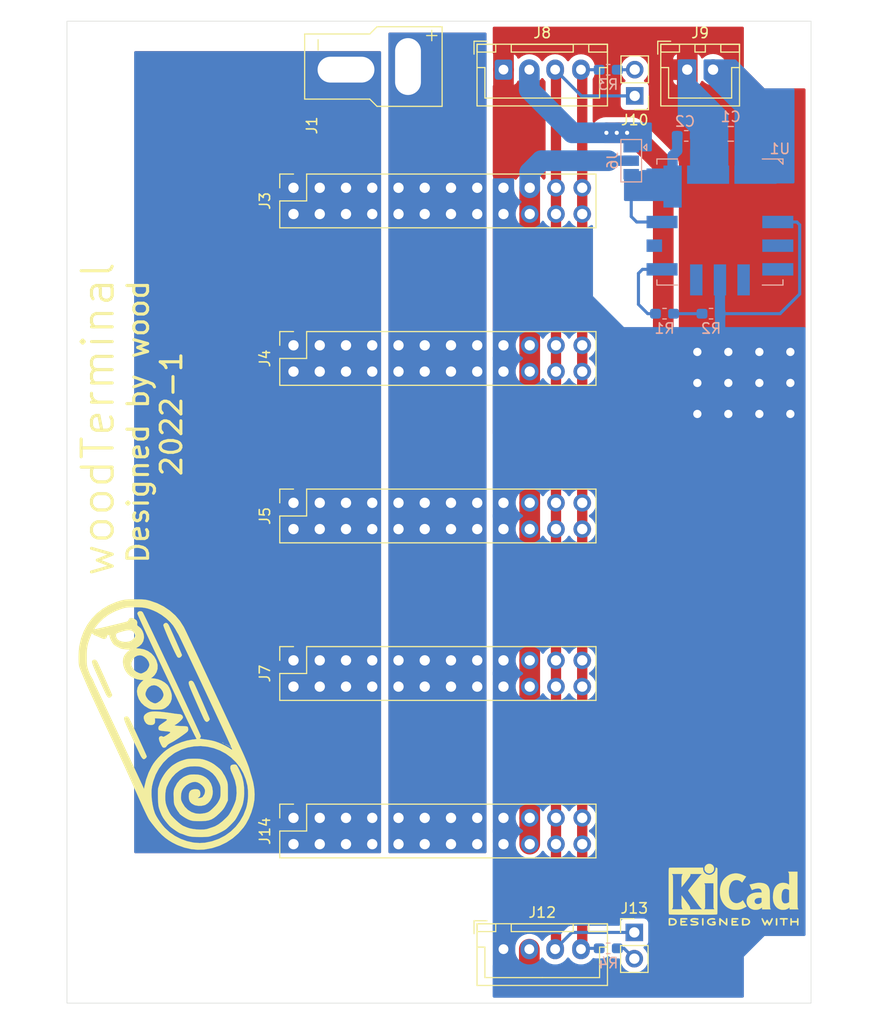
<source format=kicad_pcb>
(kicad_pcb (version 20171130) (host pcbnew "(5.1.6)-1")
  (layers (0 F.Cu signal) (31 B.Cu signal) (34 B.Paste user) (35 F.Paste user) (36 B.SilkS user) (37 F.SilkS user) (38 B.Mask user) (39 F.Mask user) (44 Edge.Cuts user))
  (net 0 "")
  (net 1 VCC)
  (net 2 GND)
  (net 3 /DCDC_OUT)
  (net 4 +BATT)
  (net 5 GNDPWR)
  (net 6 +5V)
  (net 7 /RS485_B)
  (net 8 /RS485_A)
  (net 9 /RS485_5V)
  (net 10 "Net-(U1-Pad10)")
  (net 11 "Net-(U1-Pad9)")
  (net 12 "Net-(U1-Pad8)")
  (net 13 "Net-(U1-Pad12)")
  (net 14 "Net-(U1-Pad11)")
  (net 15 "Net-(J10-Pad2)")
  (net 16 "Net-(J13-Pad2)")
  (net 17 "Net-(R1-Pad2)")
  (net 18 "Net-(R1-Pad1)")
  (module 0_kicad_wood:logo_woodmark_25_18_mm (layer F.Cu) (at 109.5 123 90)
    (fp_text reference G*** hide)
    (fp_text value LOGO hide)
  )
  (module Symbol:KiCad-Logo2_5mm_SilkScreen (layer F.Cu) (at 164.5 139.5)
    (fp_text reference REF** hide)
    (fp_text value KiCad-Logo2_5mm_SilkScreen hide)
  )
  (module MountingHole:MountingHole_3.2mm_M3 (layer F.Cu) (at 169 58)
    (fp_text reference " " (at 0 -4.2) (layer F.SilkS))
    (fp_text value MountingHole_3.2mm_M3)
    (pad 1 np_thru_hole circle (at 0 0) (size 3.2 3.2) (drill 3.2) (layers *.Cu *.Mask))
  )
  (module MountingHole:MountingHole_3.2mm_M3 (layer F.Cu) (at 169 147)
    (fp_text reference " " (at 0 -4.2) (layer F.SilkS))
    (fp_text value MountingHole_3.2mm_M3)
    (pad 1 np_thru_hole circle (at 0 0) (size 3.2 3.2) (drill 3.2) (layers *.Cu *.Mask))
  )
  (module MountingHole:MountingHole_3.2mm_M3 (layer F.Cu) (at 103 147)
    (fp_text reference " " (at 0 -4.2) (layer F.SilkS))
    (fp_text value MountingHole_3.2mm_M3)
    (pad 1 np_thru_hole circle (at 0 0) (size 3.2 3.2) (drill 3.2) (layers *.Cu *.Mask))
  )
  (module MountingHole:MountingHole_3.2mm_M3 (layer F.Cu) (at 103 58)
    (fp_text reference " " (at 0 -4.2) (layer F.SilkS))
    (fp_text value MountingHole_3.2mm_M3)
    (pad 1 np_thru_hole circle (at 0 0) (size 3.2 3.2) (drill 3.2) (layers *.Cu *.Mask))
  )
  (module 0_kicad_wood:DCDC_Converter_OKL (layer B.Cu) (at 169.285 69.85 180)
    (fp_text reference U1 (at 0.3 2.5) (layer B.SilkS) (effects (justify mirror)))
    (fp_text value DCDC_Converter_OKL)
    (pad 2 smd rect (at 3.81 1.7 180) (size 1.2 1.63) (layers B.Cu B.Paste B.Mask) (net 1 VCC))
    (pad 4 smd rect (at 12.385 0 180) (size 1.63 1.2) (layers B.Cu B.Paste B.Mask) (net 3 /DCDC_OUT))
    (pad 2 smd rect (at -0.185 0 180) (size 1.63 1.2) (layers B.Cu B.Paste B.Mask) (net 1 VCC))
    (pad 2 smd rect (at 2.665 0 180) (size 4.07 1.77) (layers B.Cu B.Paste B.Mask) (net 1 VCC))
    (pad 3 smd rect (at 6.1 1.7 180) (size 1.2 1.63) (layers B.Cu B.Paste B.Mask) (net 2 GND))
    (pad 3 smd rect (at 8.39 1.7 180) (size 1.2 1.63) (layers B.Cu B.Paste B.Mask) (net 2 GND))
    (pad 3 smd rect (at 7.245 0 180) (size 4.07 1.77) (layers B.Cu B.Paste B.Mask) (net 2 GND))
    (pad 4 smd rect (at 10.685 -1.15 180) (size 1.77 4.07) (layers B.Cu B.Paste B.Mask) (net 3 /DCDC_OUT))
    (pad 1 smd rect (at 0.5 -4.58 180) (size 3 1.2) (layers B.Cu B.Paste B.Mask) (net 2 GND))
    (pad 10 smd rect (at 0.5 -6.87 180) (size 3 1.2) (layers B.Cu B.Paste B.Mask) (net 10 "Net-(U1-Pad10)"))
    (pad 9 smd rect (at 0.5 -9.16 180) (size 3 1.2) (layers B.Cu B.Paste B.Mask) (net 11 "Net-(U1-Pad9)"))
    (pad 8 smd rect (at 3.81 -10.18 180) (size 1.2 3) (layers B.Cu B.Paste B.Mask) (net 12 "Net-(U1-Pad8)"))
    (pad 7 smd rect (at 6.1 -10.18 180) (size 1.2 3) (layers B.Cu B.Paste B.Mask) (net 2 GND))
    (pad 12 smd rect (at 8.39 -10.18 180) (size 1.2 3) (layers B.Cu B.Paste B.Mask) (net 13 "Net-(U1-Pad12)"))
    (pad 5 smd rect (at 11.7 -4.58 180) (size 3 1.2) (layers B.Cu B.Paste B.Mask) (net 3 /DCDC_OUT))
    (pad 6 smd rect (at 11.7 -9.16 180) (size 3 1.2) (layers B.Cu B.Paste B.Mask) (net 18 "Net-(R1-Pad1)"))
    (pad 11 smd rect (at 12.45 -6.87 180) (size 1.5 1.2) (layers B.Cu B.Paste B.Mask) (net 14 "Net-(U1-Pad11)"))
  )
  (module Capacitor_SMD:C_0805_2012Metric_Pad1.15x1.40mm_HandSolder (layer B.Cu) (at 164.225 65.9 180)
    (fp_text reference C1 (at 0 1.65) (layer B.SilkS) (effects (justify mirror)))
    (fp_text value 22u)
    (pad 1 smd roundrect (at -1.025 0 180) (size 1.15 1.4) (layers B.Cu B.Paste B.Mask) (roundrect_rratio 0.217391) (net 1 VCC))
    (pad 2 smd roundrect (at 1.025 0 180) (size 1.15 1.4) (layers B.Cu B.Paste B.Mask) (roundrect_rratio 0.217391) (net 2 GND))
  )
  (module Capacitor_SMD:C_0603_1608Metric_Pad1.05x0.95mm_HandSolder (layer B.Cu) (at 159.925 66.1)
    (fp_text reference C2 (at -0.125 -1.4) (layer B.SilkS) (effects (justify mirror)))
    (fp_text value 10u)
    (pad 2 smd roundrect (at 0.875 0) (size 1.05 0.95) (layers B.Cu B.Paste B.Mask) (net 2 GND))
    (pad 1 smd roundrect (at -0.875 0) (size 1.05 0.95) (layers B.Cu B.Paste B.Mask) (net 3 /DCDC_OUT))
  )
  (module Connector_PinSocket_2.54mm:PinSocket_2x12_P2.54mm_Vertical (layer F.Cu) (at 121.92 71.12 90)
    (fp_text reference J3 (at -1.27 -2.77 90) (layer F.SilkS))
    (fp_text value Conn_02x12_Odd_Even)
    (pad 1 thru_hole rect (at 0 0 90) (size 1.7 1.7) (drill 1) (layers *.Cu *.Mask) (net 5 GNDPWR))
    (pad 2 thru_hole oval (at -2.54 0 90) (size 1.7 1.7) (drill 1) (layers *.Cu *.Mask) (net 5 GNDPWR))
    (pad 3 thru_hole oval (at 0 2.54 90) (size 1.7 1.7) (drill 1) (layers *.Cu *.Mask) (net 5 GNDPWR))
    (pad 4 thru_hole oval (at -2.54 2.54 90) (size 1.7 1.7) (drill 1) (layers *.Cu *.Mask) (net 5 GNDPWR))
    (pad 5 thru_hole oval (at 0 5.08 90) (size 1.7 1.7) (drill 1) (layers *.Cu *.Mask) (net 5 GNDPWR))
    (pad 6 thru_hole oval (at -2.54 5.08 90) (size 1.7 1.7) (drill 1) (layers *.Cu *.Mask) (net 5 GNDPWR))
    (pad 7 thru_hole oval (at 0 7.62 90) (size 1.7 1.7) (drill 1) (layers *.Cu *.Mask) (net 5 GNDPWR))
    (pad 8 thru_hole oval (at -2.54 7.62 90) (size 1.7 1.7) (drill 1) (layers *.Cu *.Mask) (net 5 GNDPWR))
    (pad 9 thru_hole oval (at 0 10.16 90) (size 1.7 1.7) (drill 1) (layers *.Cu *.Mask) (net 4 +BATT))
    (pad 10 thru_hole oval (at -2.54 10.16 90) (size 1.7 1.7) (drill 1) (layers *.Cu *.Mask) (net 4 +BATT))
    (pad 11 thru_hole oval (at 0 12.7 90) (size 1.7 1.7) (drill 1) (layers *.Cu *.Mask) (net 4 +BATT))
    (pad 12 thru_hole oval (at -2.54 12.7 90) (size 1.7 1.7) (drill 1) (layers *.Cu *.Mask) (net 4 +BATT))
    (pad 13 thru_hole oval (at 0 15.24 90) (size 1.7 1.7) (drill 1) (layers *.Cu *.Mask) (net 4 +BATT))
    (pad 14 thru_hole oval (at -2.54 15.24 90) (size 1.7 1.7) (drill 1) (layers *.Cu *.Mask) (net 4 +BATT))
    (pad 15 thru_hole oval (at 0 17.78 90) (size 1.7 1.7) (drill 1) (layers *.Cu *.Mask) (net 4 +BATT))
    (pad 16 thru_hole oval (at -2.54 17.78 90) (size 1.7 1.7) (drill 1) (layers *.Cu *.Mask) (net 4 +BATT))
    (pad 17 thru_hole oval (at 0 20.32 90) (size 1.7 1.7) (drill 1) (layers *.Cu *.Mask) (net 2 GND))
    (pad 18 thru_hole oval (at -2.54 20.32 90) (size 1.7 1.7) (drill 1) (layers *.Cu *.Mask) (net 2 GND))
    (pad 19 thru_hole oval (at 0 22.86 90) (size 1.7 1.7) (drill 1) (layers *.Cu *.Mask) (net 6 +5V))
    (pad 20 thru_hole oval (at -2.54 22.86 90) (size 1.7 1.7) (drill 1) (layers *.Cu *.Mask) (net 6 +5V))
    (pad 21 thru_hole oval (at 0 25.4 90) (size 1.7 1.7) (drill 1) (layers *.Cu *.Mask) (net 7 /RS485_B))
    (pad 22 thru_hole oval (at -2.54 25.4 90) (size 1.7 1.7) (drill 1) (layers *.Cu *.Mask) (net 7 /RS485_B))
    (pad 23 thru_hole oval (at 0 27.94 90) (size 1.7 1.7) (drill 1) (layers *.Cu *.Mask) (net 8 /RS485_A))
    (pad 24 thru_hole oval (at -2.54 27.94 90) (size 1.7 1.7) (drill 1) (layers *.Cu *.Mask) (net 8 /RS485_A))
  )
  (module Connector_PinSocket_2.54mm:PinSocket_2x12_P2.54mm_Vertical (layer F.Cu) (at 121.92 86.36 90)
    (fp_text reference J4 (at -1.27 -2.77 90) (layer F.SilkS))
    (fp_text value Conn_02x12_Odd_Even)
    (pad 24 thru_hole oval (at -2.54 27.94 90) (size 1.7 1.7) (drill 1) (layers *.Cu *.Mask) (net 8 /RS485_A))
    (pad 23 thru_hole oval (at 0 27.94 90) (size 1.7 1.7) (drill 1) (layers *.Cu *.Mask) (net 8 /RS485_A))
    (pad 22 thru_hole oval (at -2.54 25.4 90) (size 1.7 1.7) (drill 1) (layers *.Cu *.Mask) (net 7 /RS485_B))
    (pad 21 thru_hole oval (at 0 25.4 90) (size 1.7 1.7) (drill 1) (layers *.Cu *.Mask) (net 7 /RS485_B))
    (pad 20 thru_hole oval (at -2.54 22.86 90) (size 1.7 1.7) (drill 1) (layers *.Cu *.Mask) (net 6 +5V))
    (pad 19 thru_hole oval (at 0 22.86 90) (size 1.7 1.7) (drill 1) (layers *.Cu *.Mask) (net 6 +5V))
    (pad 18 thru_hole oval (at -2.54 20.32 90) (size 1.7 1.7) (drill 1) (layers *.Cu *.Mask) (net 2 GND))
    (pad 17 thru_hole oval (at 0 20.32 90) (size 1.7 1.7) (drill 1) (layers *.Cu *.Mask) (net 2 GND))
    (pad 16 thru_hole oval (at -2.54 17.78 90) (size 1.7 1.7) (drill 1) (layers *.Cu *.Mask) (net 4 +BATT))
    (pad 15 thru_hole oval (at 0 17.78 90) (size 1.7 1.7) (drill 1) (layers *.Cu *.Mask) (net 4 +BATT))
    (pad 14 thru_hole oval (at -2.54 15.24 90) (size 1.7 1.7) (drill 1) (layers *.Cu *.Mask) (net 4 +BATT))
    (pad 13 thru_hole oval (at 0 15.24 90) (size 1.7 1.7) (drill 1) (layers *.Cu *.Mask) (net 4 +BATT))
    (pad 12 thru_hole oval (at -2.54 12.7 90) (size 1.7 1.7) (drill 1) (layers *.Cu *.Mask) (net 4 +BATT))
    (pad 11 thru_hole oval (at 0 12.7 90) (size 1.7 1.7) (drill 1) (layers *.Cu *.Mask) (net 4 +BATT))
    (pad 10 thru_hole oval (at -2.54 10.16 90) (size 1.7 1.7) (drill 1) (layers *.Cu *.Mask) (net 4 +BATT))
    (pad 9 thru_hole oval (at 0 10.16 90) (size 1.7 1.7) (drill 1) (layers *.Cu *.Mask) (net 4 +BATT))
    (pad 8 thru_hole oval (at -2.54 7.62 90) (size 1.7 1.7) (drill 1) (layers *.Cu *.Mask) (net 5 GNDPWR))
    (pad 7 thru_hole oval (at 0 7.62 90) (size 1.7 1.7) (drill 1) (layers *.Cu *.Mask) (net 5 GNDPWR))
    (pad 6 thru_hole oval (at -2.54 5.08 90) (size 1.7 1.7) (drill 1) (layers *.Cu *.Mask) (net 5 GNDPWR))
    (pad 5 thru_hole oval (at 0 5.08 90) (size 1.7 1.7) (drill 1) (layers *.Cu *.Mask) (net 5 GNDPWR))
    (pad 4 thru_hole oval (at -2.54 2.54 90) (size 1.7 1.7) (drill 1) (layers *.Cu *.Mask) (net 5 GNDPWR))
    (pad 3 thru_hole oval (at 0 2.54 90) (size 1.7 1.7) (drill 1) (layers *.Cu *.Mask) (net 5 GNDPWR))
    (pad 2 thru_hole oval (at -2.54 0 90) (size 1.7 1.7) (drill 1) (layers *.Cu *.Mask) (net 5 GNDPWR))
    (pad 1 thru_hole rect (at 0 0 90) (size 1.7 1.7) (drill 1) (layers *.Cu *.Mask) (net 5 GNDPWR))
  )
  (module Connector_PinSocket_2.54mm:PinSocket_2x12_P2.54mm_Vertical (layer F.Cu) (at 121.92 101.6 90)
    (fp_text reference J5 (at -1.27 -2.77 90) (layer F.SilkS))
    (fp_text value Conn_02x12_Odd_Even)
    (pad 24 thru_hole oval (at -2.54 27.94 90) (size 1.7 1.7) (drill 1) (layers *.Cu *.Mask) (net 8 /RS485_A))
    (pad 23 thru_hole oval (at 0 27.94 90) (size 1.7 1.7) (drill 1) (layers *.Cu *.Mask) (net 8 /RS485_A))
    (pad 22 thru_hole oval (at -2.54 25.4 90) (size 1.7 1.7) (drill 1) (layers *.Cu *.Mask) (net 7 /RS485_B))
    (pad 21 thru_hole oval (at 0 25.4 90) (size 1.7 1.7) (drill 1) (layers *.Cu *.Mask) (net 7 /RS485_B))
    (pad 20 thru_hole oval (at -2.54 22.86 90) (size 1.7 1.7) (drill 1) (layers *.Cu *.Mask) (net 6 +5V))
    (pad 19 thru_hole oval (at 0 22.86 90) (size 1.7 1.7) (drill 1) (layers *.Cu *.Mask) (net 6 +5V))
    (pad 18 thru_hole oval (at -2.54 20.32 90) (size 1.7 1.7) (drill 1) (layers *.Cu *.Mask) (net 2 GND))
    (pad 17 thru_hole oval (at 0 20.32 90) (size 1.7 1.7) (drill 1) (layers *.Cu *.Mask) (net 2 GND))
    (pad 16 thru_hole oval (at -2.54 17.78 90) (size 1.7 1.7) (drill 1) (layers *.Cu *.Mask) (net 4 +BATT))
    (pad 15 thru_hole oval (at 0 17.78 90) (size 1.7 1.7) (drill 1) (layers *.Cu *.Mask) (net 4 +BATT))
    (pad 14 thru_hole oval (at -2.54 15.24 90) (size 1.7 1.7) (drill 1) (layers *.Cu *.Mask) (net 4 +BATT))
    (pad 13 thru_hole oval (at 0 15.24 90) (size 1.7 1.7) (drill 1) (layers *.Cu *.Mask) (net 4 +BATT))
    (pad 12 thru_hole oval (at -2.54 12.7 90) (size 1.7 1.7) (drill 1) (layers *.Cu *.Mask) (net 4 +BATT))
    (pad 11 thru_hole oval (at 0 12.7 90) (size 1.7 1.7) (drill 1) (layers *.Cu *.Mask) (net 4 +BATT))
    (pad 10 thru_hole oval (at -2.54 10.16 90) (size 1.7 1.7) (drill 1) (layers *.Cu *.Mask) (net 4 +BATT))
    (pad 9 thru_hole oval (at 0 10.16 90) (size 1.7 1.7) (drill 1) (layers *.Cu *.Mask) (net 4 +BATT))
    (pad 8 thru_hole oval (at -2.54 7.62 90) (size 1.7 1.7) (drill 1) (layers *.Cu *.Mask) (net 5 GNDPWR))
    (pad 7 thru_hole oval (at 0 7.62 90) (size 1.7 1.7) (drill 1) (layers *.Cu *.Mask) (net 5 GNDPWR))
    (pad 6 thru_hole oval (at -2.54 5.08 90) (size 1.7 1.7) (drill 1) (layers *.Cu *.Mask) (net 5 GNDPWR))
    (pad 5 thru_hole oval (at 0 5.08 90) (size 1.7 1.7) (drill 1) (layers *.Cu *.Mask) (net 5 GNDPWR))
    (pad 4 thru_hole oval (at -2.54 2.54 90) (size 1.7 1.7) (drill 1) (layers *.Cu *.Mask) (net 5 GNDPWR))
    (pad 3 thru_hole oval (at 0 2.54 90) (size 1.7 1.7) (drill 1) (layers *.Cu *.Mask) (net 5 GNDPWR))
    (pad 2 thru_hole oval (at -2.54 0 90) (size 1.7 1.7) (drill 1) (layers *.Cu *.Mask) (net 5 GNDPWR))
    (pad 1 thru_hole rect (at 0 0 90) (size 1.7 1.7) (drill 1) (layers *.Cu *.Mask) (net 5 GNDPWR))
  )
  (module Connector_PinSocket_2.54mm:PinSocket_2x12_P2.54mm_Vertical (layer F.Cu) (at 121.92 116.84 90)
    (fp_text reference J7 (at -1.27 -2.77 90) (layer F.SilkS))
    (fp_text value Conn_02x12_Odd_Even)
    (pad 24 thru_hole oval (at -2.54 27.94 90) (size 1.7 1.7) (drill 1) (layers *.Cu *.Mask) (net 8 /RS485_A))
    (pad 23 thru_hole oval (at 0 27.94 90) (size 1.7 1.7) (drill 1) (layers *.Cu *.Mask) (net 8 /RS485_A))
    (pad 22 thru_hole oval (at -2.54 25.4 90) (size 1.7 1.7) (drill 1) (layers *.Cu *.Mask) (net 7 /RS485_B))
    (pad 21 thru_hole oval (at 0 25.4 90) (size 1.7 1.7) (drill 1) (layers *.Cu *.Mask) (net 7 /RS485_B))
    (pad 20 thru_hole oval (at -2.54 22.86 90) (size 1.7 1.7) (drill 1) (layers *.Cu *.Mask) (net 6 +5V))
    (pad 19 thru_hole oval (at 0 22.86 90) (size 1.7 1.7) (drill 1) (layers *.Cu *.Mask) (net 6 +5V))
    (pad 18 thru_hole oval (at -2.54 20.32 90) (size 1.7 1.7) (drill 1) (layers *.Cu *.Mask) (net 2 GND))
    (pad 17 thru_hole oval (at 0 20.32 90) (size 1.7 1.7) (drill 1) (layers *.Cu *.Mask) (net 2 GND))
    (pad 16 thru_hole oval (at -2.54 17.78 90) (size 1.7 1.7) (drill 1) (layers *.Cu *.Mask) (net 4 +BATT))
    (pad 15 thru_hole oval (at 0 17.78 90) (size 1.7 1.7) (drill 1) (layers *.Cu *.Mask) (net 4 +BATT))
    (pad 14 thru_hole oval (at -2.54 15.24 90) (size 1.7 1.7) (drill 1) (layers *.Cu *.Mask) (net 4 +BATT))
    (pad 13 thru_hole oval (at 0 15.24 90) (size 1.7 1.7) (drill 1) (layers *.Cu *.Mask) (net 4 +BATT))
    (pad 12 thru_hole oval (at -2.54 12.7 90) (size 1.7 1.7) (drill 1) (layers *.Cu *.Mask) (net 4 +BATT))
    (pad 11 thru_hole oval (at 0 12.7 90) (size 1.7 1.7) (drill 1) (layers *.Cu *.Mask) (net 4 +BATT))
    (pad 10 thru_hole oval (at -2.54 10.16 90) (size 1.7 1.7) (drill 1) (layers *.Cu *.Mask) (net 4 +BATT))
    (pad 9 thru_hole oval (at 0 10.16 90) (size 1.7 1.7) (drill 1) (layers *.Cu *.Mask) (net 4 +BATT))
    (pad 8 thru_hole oval (at -2.54 7.62 90) (size 1.7 1.7) (drill 1) (layers *.Cu *.Mask) (net 5 GNDPWR))
    (pad 7 thru_hole oval (at 0 7.62 90) (size 1.7 1.7) (drill 1) (layers *.Cu *.Mask) (net 5 GNDPWR))
    (pad 6 thru_hole oval (at -2.54 5.08 90) (size 1.7 1.7) (drill 1) (layers *.Cu *.Mask) (net 5 GNDPWR))
    (pad 5 thru_hole oval (at 0 5.08 90) (size 1.7 1.7) (drill 1) (layers *.Cu *.Mask) (net 5 GNDPWR))
    (pad 4 thru_hole oval (at -2.54 2.54 90) (size 1.7 1.7) (drill 1) (layers *.Cu *.Mask) (net 5 GNDPWR))
    (pad 3 thru_hole oval (at 0 2.54 90) (size 1.7 1.7) (drill 1) (layers *.Cu *.Mask) (net 5 GNDPWR))
    (pad 2 thru_hole oval (at -2.54 0 90) (size 1.7 1.7) (drill 1) (layers *.Cu *.Mask) (net 5 GNDPWR))
    (pad 1 thru_hole rect (at 0 0 90) (size 1.7 1.7) (drill 1) (layers *.Cu *.Mask) (net 5 GNDPWR))
  )
  (module Connector_JST:JST_XH_B4B-XH-A_1x04_P2.50mm_Vertical (layer F.Cu) (at 142.24 59.69)
    (fp_text reference J8 (at 3.75 -3.55) (layer F.SilkS))
    (fp_text value Conn_01x04)
    (pad 1 thru_hole roundrect (at 0 0) (size 1.7 1.95) (drill 0.95) (layers *.Cu *.Mask) (roundrect_rratio 0.147059) (net 2 GND))
    (pad 2 thru_hole oval (at 2.5 0) (size 1.7 1.95) (drill 0.95) (layers *.Cu *.Mask) (net 9 /RS485_5V))
    (pad 3 thru_hole oval (at 5 0) (size 1.7 1.95) (drill 0.95) (layers *.Cu *.Mask) (net 7 /RS485_B))
    (pad 4 thru_hole oval (at 7.5 0) (size 1.7 1.95) (drill 0.95) (layers *.Cu *.Mask) (net 8 /RS485_A))
  )
  (module Connector_JST:JST_XH_B2B-XH-A_1x02_P2.50mm_Vertical (layer F.Cu) (at 160.02 59.69)
    (fp_text reference J9 (at 1.25 -3.55) (layer F.SilkS))
    (fp_text value Conn_01x02)
    (pad 1 thru_hole roundrect (at 0 0) (size 1.7 2) (drill 1) (layers *.Cu *.Mask) (roundrect_rratio 0.147059) (net 2 GND))
    (pad 2 thru_hole oval (at 2.5 0) (size 1.7 2) (drill 1) (layers *.Cu *.Mask) (net 1 VCC))
  )
  (module Connector_PinHeader_2.54mm:PinHeader_1x02_P2.54mm_Vertical (layer F.Cu) (at 154.94 62.23 180)
    (fp_text reference J10 (at 0 -2.33) (layer F.SilkS))
    (fp_text value Conn_01x02)
    (pad 1 thru_hole rect (at 0 0 180) (size 1.7 1.7) (drill 1) (layers *.Cu *.Mask) (net 7 /RS485_B))
    (pad 2 thru_hole oval (at 0 2.54 180) (size 1.7 1.7) (drill 1) (layers *.Cu *.Mask) (net 15 "Net-(J10-Pad2)"))
  )
  (module Connector_JST:JST_XH_B4B-XH-A_1x04_P2.50mm_Vertical (layer F.Cu) (at 142.24 144.78)
    (fp_text reference J12 (at 3.75 -3.55) (layer F.SilkS))
    (fp_text value Conn_01x04)
    (pad 4 thru_hole oval (at 7.5 0) (size 1.7 1.95) (drill 0.95) (layers *.Cu *.Mask) (net 8 /RS485_A))
    (pad 3 thru_hole oval (at 5 0) (size 1.7 1.95) (drill 0.95) (layers *.Cu *.Mask) (net 7 /RS485_B))
    (pad 2 thru_hole oval (at 2.5 0) (size 1.7 1.95) (drill 0.95) (layers *.Cu *.Mask) (net 9 /RS485_5V))
    (pad 1 thru_hole roundrect (at 0 0) (size 1.7 1.95) (drill 0.95) (layers *.Cu *.Mask) (roundrect_rratio 0.147059) (net 2 GND))
  )
  (module Connector_PinHeader_2.54mm:PinHeader_1x02_P2.54mm_Vertical (layer F.Cu) (at 154.9 143.16)
    (fp_text reference J13 (at 0 -2.33) (layer F.SilkS))
    (fp_text value Conn_01x02)
    (pad 2 thru_hole oval (at 0 2.54) (size 1.7 1.7) (drill 1) (layers *.Cu *.Mask) (net 16 "Net-(J13-Pad2)"))
    (pad 1 thru_hole rect (at 0 0) (size 1.7 1.7) (drill 1) (layers *.Cu *.Mask) (net 7 /RS485_B))
  )
  (module Connector_PinSocket_2.54mm:PinSocket_2x12_P2.54mm_Vertical (layer F.Cu) (at 121.92 132.08 90)
    (fp_text reference J14 (at -1.27 -2.77 90) (layer F.SilkS))
    (fp_text value Conn_02x12_Odd_Even)
    (pad 1 thru_hole rect (at 0 0 90) (size 1.7 1.7) (drill 1) (layers *.Cu *.Mask) (net 5 GNDPWR))
    (pad 2 thru_hole oval (at -2.54 0 90) (size 1.7 1.7) (drill 1) (layers *.Cu *.Mask) (net 5 GNDPWR))
    (pad 3 thru_hole oval (at 0 2.54 90) (size 1.7 1.7) (drill 1) (layers *.Cu *.Mask) (net 5 GNDPWR))
    (pad 4 thru_hole oval (at -2.54 2.54 90) (size 1.7 1.7) (drill 1) (layers *.Cu *.Mask) (net 5 GNDPWR))
    (pad 5 thru_hole oval (at 0 5.08 90) (size 1.7 1.7) (drill 1) (layers *.Cu *.Mask) (net 5 GNDPWR))
    (pad 6 thru_hole oval (at -2.54 5.08 90) (size 1.7 1.7) (drill 1) (layers *.Cu *.Mask) (net 5 GNDPWR))
    (pad 7 thru_hole oval (at 0 7.62 90) (size 1.7 1.7) (drill 1) (layers *.Cu *.Mask) (net 5 GNDPWR))
    (pad 8 thru_hole oval (at -2.54 7.62 90) (size 1.7 1.7) (drill 1) (layers *.Cu *.Mask) (net 5 GNDPWR))
    (pad 9 thru_hole oval (at 0 10.16 90) (size 1.7 1.7) (drill 1) (layers *.Cu *.Mask) (net 4 +BATT))
    (pad 10 thru_hole oval (at -2.54 10.16 90) (size 1.7 1.7) (drill 1) (layers *.Cu *.Mask) (net 4 +BATT))
    (pad 11 thru_hole oval (at 0 12.7 90) (size 1.7 1.7) (drill 1) (layers *.Cu *.Mask) (net 4 +BATT))
    (pad 12 thru_hole oval (at -2.54 12.7 90) (size 1.7 1.7) (drill 1) (layers *.Cu *.Mask) (net 4 +BATT))
    (pad 13 thru_hole oval (at 0 15.24 90) (size 1.7 1.7) (drill 1) (layers *.Cu *.Mask) (net 4 +BATT))
    (pad 14 thru_hole oval (at -2.54 15.24 90) (size 1.7 1.7) (drill 1) (layers *.Cu *.Mask) (net 4 +BATT))
    (pad 15 thru_hole oval (at 0 17.78 90) (size 1.7 1.7) (drill 1) (layers *.Cu *.Mask) (net 4 +BATT))
    (pad 16 thru_hole oval (at -2.54 17.78 90) (size 1.7 1.7) (drill 1) (layers *.Cu *.Mask) (net 4 +BATT))
    (pad 17 thru_hole oval (at 0 20.32 90) (size 1.7 1.7) (drill 1) (layers *.Cu *.Mask) (net 2 GND))
    (pad 18 thru_hole oval (at -2.54 20.32 90) (size 1.7 1.7) (drill 1) (layers *.Cu *.Mask) (net 2 GND))
    (pad 19 thru_hole oval (at 0 22.86 90) (size 1.7 1.7) (drill 1) (layers *.Cu *.Mask) (net 6 +5V))
    (pad 20 thru_hole oval (at -2.54 22.86 90) (size 1.7 1.7) (drill 1) (layers *.Cu *.Mask) (net 6 +5V))
    (pad 21 thru_hole oval (at 0 25.4 90) (size 1.7 1.7) (drill 1) (layers *.Cu *.Mask) (net 7 /RS485_B))
    (pad 22 thru_hole oval (at -2.54 25.4 90) (size 1.7 1.7) (drill 1) (layers *.Cu *.Mask) (net 7 /RS485_B))
    (pad 23 thru_hole oval (at 0 27.94 90) (size 1.7 1.7) (drill 1) (layers *.Cu *.Mask) (net 8 /RS485_A))
    (pad 24 thru_hole oval (at -2.54 27.94 90) (size 1.7 1.7) (drill 1) (layers *.Cu *.Mask) (net 8 /RS485_A))
  )
  (module Resistor_SMD:R_0603_1608Metric_Pad1.05x0.95mm_HandSolder (layer B.Cu) (at 157.825 83.3)
    (fp_text reference R1 (at 0 1.43) (layer B.SilkS) (effects (justify mirror)))
    (fp_text value 1k)
    (pad 2 smd roundrect (at 0.875 0) (size 1.05 0.95) (layers B.Cu B.Paste B.Mask) (net 17 "Net-(R1-Pad2)"))
    (pad 1 smd roundrect (at -0.875 0) (size 1.05 0.95) (layers B.Cu B.Paste B.Mask) (net 18 "Net-(R1-Pad1)"))
  )
  (module Resistor_SMD:R_0603_1608Metric_Pad1.05x0.95mm_HandSolder (layer B.Cu) (at 162.325 83.3)
    (fp_text reference R2 (at 0 1.43) (layer B.SilkS) (effects (justify mirror)))
    (fp_text value 330)
    (pad 1 smd roundrect (at -0.875 0) (size 1.05 0.95) (layers B.Cu B.Paste B.Mask) (net 17 "Net-(R1-Pad2)"))
    (pad 2 smd roundrect (at 0.875 0) (size 1.05 0.95) (layers B.Cu B.Paste B.Mask) (net 2 GND))
  )
  (module Resistor_SMD:R_0603_1608Metric_Pad1.05x0.95mm_HandSolder (layer B.Cu) (at 152.375 59.7)
    (fp_text reference R3 (at 0 1.43) (layer B.SilkS) (effects (justify mirror)))
    (fp_text value 120)
    (pad 2 smd roundrect (at 0.875 0) (size 1.05 0.95) (layers B.Cu B.Paste B.Mask) (net 15 "Net-(J10-Pad2)"))
    (pad 1 smd roundrect (at -0.875 0) (size 1.05 0.95) (layers B.Cu B.Paste B.Mask) (net 8 /RS485_A))
  )
  (module Resistor_SMD:R_0603_1608Metric_Pad1.05x0.95mm_HandSolder (layer B.Cu) (at 152.375 144.7)
    (fp_text reference R4 (at 0 1.43) (layer B.SilkS) (effects (justify mirror)))
    (fp_text value 120)
    (pad 1 smd roundrect (at -0.875 0) (size 1.05 0.95) (layers B.Cu B.Paste B.Mask) (net 8 /RS485_A))
    (pad 2 smd roundrect (at 0.875 0) (size 1.05 0.95) (layers B.Cu B.Paste B.Mask) (net 16 "Net-(J13-Pad2)"))
  )
  (module Jumper:SolderJumper-3_P1.3mm_Open_Pad1.0x1.5mm (layer B.Cu) (at 154.6 68.5 270)
    (fp_text reference J6 (at 0 1.8 90) (layer B.SilkS) (effects (justify mirror)))
    (fp_text value Conn_01x03)
    (pad 3 smd rect (at 1.3 0 270) (size 1 1.5) (layers B.Cu B.Mask) (net 3 /DCDC_OUT))
    (pad 2 smd rect (at 0 0 270) (size 1 1.5) (layers B.Cu B.Mask) (net 6 +5V))
    (pad 1 smd rect (at -1.3 0 270) (size 1 1.5) (layers B.Cu B.Mask) (net 9 /RS485_5V))
  )
  (module 0_kicad_wood:DeansTConnector_Male (layer F.Cu) (at 136.3 59.39 90)
    (fp_text reference J1 (at -5.7 -12.6 90) (layer F.SilkS))
    (fp_text value Conn_01x02)
    (pad 1 thru_hole oval (at -0.3 -9.3 90) (size 3.5 6.5) (drill oval 2.5 5.5) (layers *.Cu *.Mask) (net 5 GNDPWR))
    (pad 2 thru_hole oval (at 0 -3.3 90) (size 6.5 3.5) (drill oval 5.5 2.5) (layers *.Cu *.Mask) (net 4 +BATT))
  )
  (gr_text "Designed by wood \n2022-1" (at 108.5 93 90) (layer F.SilkS) (effects (font (size 2 2) (thickness 0.3))))
  (gr_text woodTerminal (at 103 93.5 90) (layer F.SilkS) (effects (font (size 3 3) (thickness 0.3))))
  (gr_line (start 100 55) (end 100 150) (layer Edge.Cuts) (width 0.05))
  (gr_line (start 172 55) (end 100 55) (layer Edge.Cuts) (width 0.05))
  (gr_line (start 172 150) (end 172 55) (layer Edge.Cuts) (width 0.05))
  (gr_line (start 100 150) (end 172 150) (layer Edge.Cuts) (width 0.05))
  (segment (start 168.785 74.43) (end 170.63 74.43) (width 0.3) (layer B.Cu) (net 2))
  (segment (start 170.63 74.43) (end 170.9 74.7) (width 0.3) (layer B.Cu) (net 2))
  (segment (start 170.9 74.7) (end 170.9 81.4) (width 0.3) (layer B.Cu) (net 2))
  (segment (start 169 83.3) (end 163.2 83.3) (width 0.3) (layer B.Cu) (net 2))
  (segment (start 170.9 81.4) (end 169 83.3) (width 0.3) (layer B.Cu) (net 2))
  (segment (start 163.185 83.285) (end 163.2 83.3) (width 1) (layer B.Cu) (net 2))
  (segment (start 163.185 80.03) (end 163.185 83.285) (width 1) (layer B.Cu) (net 2))
  (via (at 170 87) (size 1.6) (drill 0.8) (layers F.Cu B.Cu) (net 2))
  (via (at 167 87) (size 1.6) (drill 0.8) (layers F.Cu B.Cu) (net 2))
  (segment (start 163.2 83.3) (end 163.2 85.8) (width 1) (layer B.Cu) (net 2))
  (via (at 164 87) (size 1.6) (drill 0.8) (layers F.Cu B.Cu) (net 2))
  (via (at 161 87) (size 1.6) (drill 0.8) (layers F.Cu B.Cu) (net 2))
  (via (at 161 90) (size 1.6) (drill 0.8) (layers F.Cu B.Cu) (net 2))
  (via (at 164 90) (size 1.6) (drill 0.8) (layers F.Cu B.Cu) (net 2))
  (via (at 167 90) (size 1.6) (drill 0.8) (layers F.Cu B.Cu) (net 2))
  (via (at 170 90) (size 1.6) (drill 0.8) (layers F.Cu B.Cu) (net 2))
  (via (at 170 93) (size 1.6) (drill 0.8) (layers F.Cu B.Cu) (net 2))
  (via (at 167 93) (size 1.6) (drill 0.8) (layers F.Cu B.Cu) (net 2))
  (via (at 161 93) (size 1.6) (drill 0.8) (layers F.Cu B.Cu) (net 2))
  (via (at 164 93) (size 1.6) (drill 0.8) (layers F.Cu B.Cu) (net 2))
  (segment (start 142.24 59.69) (end 142.24 58.06) (width 2) (layer F.Cu) (net 2))
  (segment (start 160.02 59.69) (end 160.02 57.82) (width 2) (layer F.Cu) (net 2))
  (segment (start 160.02 59.69) (end 160.02 61.18) (width 2) (layer F.Cu) (net 2))
  (segment (start 160.02 59.69) (end 158.51 59.69) (width 2) (layer F.Cu) (net 2))
  (segment (start 142.24 144.78) (end 142.24 148.24) (width 2) (layer B.Cu) (net 2))
  (segment (start 142.24 59.69) (end 142.24 71.12) (width 2) (layer F.Cu) (net 2))
  (segment (start 142.24 73.66) (end 142.24 71.12) (width 2) (layer F.Cu) (net 2))
  (segment (start 142.24 73.66) (end 142.24 86.36) (width 2) (layer F.Cu) (net 2))
  (segment (start 142.24 86.36) (end 142.24 88.9) (width 2) (layer F.Cu) (net 2))
  (segment (start 142.24 88.9) (end 142.24 101.6) (width 2) (layer F.Cu) (net 2))
  (segment (start 142.24 101.6) (end 142.24 104.14) (width 2) (layer F.Cu) (net 2))
  (segment (start 142.24 104.14) (end 142.24 116.84) (width 2) (layer F.Cu) (net 2))
  (segment (start 142.24 119.38) (end 142.24 116.84) (width 2) (layer F.Cu) (net 2))
  (segment (start 142.24 132.08) (end 142.24 119.38) (width 2) (layer F.Cu) (net 2))
  (segment (start 142.24 134.62) (end 142.24 132.08) (width 2) (layer F.Cu) (net 2))
  (segment (start 142.24 144.78) (end 142.24 134.62) (width 2) (layer F.Cu) (net 2))
  (segment (start 142.24 144.78) (end 142.24 142.56) (width 2) (layer B.Cu) (net 2))
  (segment (start 157.585 74.43) (end 155.13 74.43) (width 0.3) (layer B.Cu) (net 3))
  (segment (start 154.6 73.9) (end 154.6 69.8) (width 0.3) (layer B.Cu) (net 3))
  (segment (start 155.13 74.43) (end 154.6 73.9) (width 0.3) (layer B.Cu) (net 3))
  (segment (start 159.05 66.1) (end 159.05 67.55) (width 1) (layer B.Cu) (net 3))
  (segment (start 158.6 68) (end 158.6 71) (width 1) (layer B.Cu) (net 3))
  (segment (start 159.05 67.55) (end 158.6 68) (width 1) (layer B.Cu) (net 3))
  (segment (start 144.78 119.38) (end 144.78 116.84) (width 2) (layer F.Cu) (net 6))
  (segment (start 144.78 119.38) (end 144.78 132.08) (width 2) (layer F.Cu) (net 6))
  (segment (start 144.78 134.62) (end 144.78 132.08) (width 2) (layer F.Cu) (net 6))
  (segment (start 144.78 71.12) (end 144.78 69.62) (width 2) (layer B.Cu) (net 6))
  (segment (start 144.78 69.62) (end 145.9 68.5) (width 2) (layer B.Cu) (net 6))
  (segment (start 145.9 68.5) (end 152.4 68.5) (width 2) (layer B.Cu) (net 6))
  (segment (start 154.6 68.5) (end 152.4 68.5) (width 1) (layer B.Cu) (net 6))
  (segment (start 144.78 104.14) (end 144.78 116.84) (width 2) (layer F.Cu) (net 6))
  (segment (start 144.78 101.6) (end 144.78 104.14) (width 2) (layer F.Cu) (net 6))
  (segment (start 144.78 88.9) (end 144.78 101.6) (width 2) (layer F.Cu) (net 6))
  (segment (start 144.78 86.36) (end 144.78 88.9) (width 2) (layer F.Cu) (net 6))
  (segment (start 144.78 73.66) (end 144.78 86.36) (width 2) (layer F.Cu) (net 6))
  (segment (start 144.78 71.12) (end 144.78 73.66) (width 2) (layer F.Cu) (net 6))
  (segment (start 147.32 71.12) (end 147.32 73.66) (width 1) (layer F.Cu) (net 7))
  (segment (start 147.32 73.66) (end 147.32 86.36) (width 1) (layer F.Cu) (net 7))
  (segment (start 147.32 88.9) (end 147.32 86.36) (width 1) (layer F.Cu) (net 7))
  (segment (start 147.32 88.9) (end 147.32 101.6) (width 1) (layer F.Cu) (net 7))
  (segment (start 147.32 101.6) (end 147.32 104.14) (width 1) (layer F.Cu) (net 7))
  (segment (start 147.32 104.14) (end 147.32 116.84) (width 1) (layer F.Cu) (net 7))
  (segment (start 147.32 119.38) (end 147.32 116.84) (width 1) (layer F.Cu) (net 7))
  (segment (start 147.32 119.38) (end 147.32 132.08) (width 1) (layer F.Cu) (net 7))
  (segment (start 147.32 134.62) (end 147.32 132.08) (width 1) (layer F.Cu) (net 7))
  (segment (start 147.32 59.77) (end 147.24 59.69) (width 1) (layer F.Cu) (net 7))
  (segment (start 147.32 71.12) (end 147.32 59.77) (width 1) (layer F.Cu) (net 7))
  (segment (start 149.78 62.23) (end 147.24 59.69) (width 0.3) (layer B.Cu) (net 7))
  (segment (start 154.94 62.23) (end 149.78 62.23) (width 0.3) (layer B.Cu) (net 7))
  (segment (start 147.32 144.7) (end 147.24 144.78) (width 1) (layer F.Cu) (net 7))
  (segment (start 147.32 134.62) (end 147.32 144.7) (width 1) (layer F.Cu) (net 7))
  (segment (start 148.86 143.16) (end 147.24 144.78) (width 0.3) (layer B.Cu) (net 7))
  (segment (start 154.9 143.16) (end 148.86 143.16) (width 0.3) (layer B.Cu) (net 7))
  (segment (start 149.86 59.81) (end 149.74 59.69) (width 0.3) (layer B.Cu) (net 8))
  (segment (start 149.86 71.12) (end 149.86 73.66) (width 1) (layer F.Cu) (net 8))
  (segment (start 149.86 73.66) (end 149.86 86.36) (width 1) (layer F.Cu) (net 8))
  (segment (start 149.86 88.9) (end 149.86 86.36) (width 1) (layer F.Cu) (net 8))
  (segment (start 149.86 88.9) (end 149.86 101.6) (width 1) (layer F.Cu) (net 8))
  (segment (start 149.86 104.14) (end 149.86 101.6) (width 1) (layer F.Cu) (net 8))
  (segment (start 149.86 104.14) (end 149.86 116.84) (width 1) (layer F.Cu) (net 8))
  (segment (start 149.86 119.38) (end 149.86 116.84) (width 1) (layer F.Cu) (net 8))
  (segment (start 149.86 119.38) (end 149.86 132.08) (width 1) (layer F.Cu) (net 8))
  (segment (start 149.86 134.62) (end 149.86 132.08) (width 1) (layer F.Cu) (net 8))
  (segment (start 149.86 59.81) (end 149.74 59.69) (width 1) (layer F.Cu) (net 8))
  (segment (start 149.86 71.12) (end 149.86 59.81) (width 1) (layer F.Cu) (net 8))
  (segment (start 149.75 59.7) (end 149.74 59.69) (width 0.3) (layer B.Cu) (net 8))
  (segment (start 151.5 59.7) (end 149.75 59.7) (width 0.3) (layer B.Cu) (net 8))
  (segment (start 149.86 144.66) (end 149.74 144.78) (width 1) (layer F.Cu) (net 8))
  (segment (start 149.86 134.62) (end 149.86 144.66) (width 1) (layer F.Cu) (net 8))
  (segment (start 149.82 144.7) (end 149.74 144.78) (width 0.3) (layer B.Cu) (net 8))
  (segment (start 151.5 144.7) (end 149.82 144.7) (width 0.3) (layer B.Cu) (net 8))
  (segment (start 144.74 59.69) (end 144.74 61.64) (width 2) (layer B.Cu) (net 9))
  (segment (start 144.74 61.64) (end 147.2 64.1) (width 2) (layer B.Cu) (net 9))
  (segment (start 147.2 64.1) (end 148.4 65.3) (width 2) (layer B.Cu) (net 9))
  (segment (start 148.4 65.3) (end 148.9 65.8) (width 2) (layer B.Cu) (net 9))
  (segment (start 148.9 65.8) (end 152.2 65.8) (width 2) (layer B.Cu) (net 9))
  (via (at 152.2 65.8) (size 0.8) (drill 0.4) (layers F.Cu B.Cu) (net 9))
  (segment (start 152.2 65.8) (end 153.4 65.8) (width 2) (layer F.Cu) (net 9))
  (segment (start 153.4 65.8) (end 154.6 65.8) (width 2) (layer F.Cu) (net 9))
  (segment (start 154.6 65.8) (end 157.7 68.9) (width 2) (layer F.Cu) (net 9))
  (segment (start 157.7 147.1) (end 156.5 148.3) (width 2) (layer F.Cu) (net 9))
  (segment (start 156.5 148.3) (end 145.285 148.3) (width 2) (layer F.Cu) (net 9))
  (segment (start 144.74 147.755) (end 144.74 144.78) (width 2) (layer F.Cu) (net 9))
  (segment (start 157.7 68.9) (end 157.7 147.1) (width 2) (layer F.Cu) (net 9))
  (segment (start 145.285 148.3) (end 144.74 147.755) (width 2) (layer F.Cu) (net 9))
  (segment (start 152.2 65.8) (end 153.2 65.8) (width 2) (layer B.Cu) (net 9))
  (segment (start 153.2 65.8) (end 154.2 65.8) (width 2) (layer B.Cu) (net 9))
  (via (at 153.2 65.8) (size 0.8) (drill 0.4) (layers F.Cu B.Cu) (net 9))
  (segment (start 154.2 65.8) (end 154.6 65.8) (width 2) (layer B.Cu) (net 9))
  (via (at 154.2 65.8) (size 0.8) (drill 0.4) (layers F.Cu B.Cu) (net 9))
  (segment (start 154.93 59.7) (end 154.94 59.69) (width 0.3) (layer B.Cu) (net 15))
  (segment (start 153.25 59.7) (end 154.93 59.7) (width 0.3) (layer B.Cu) (net 15))
  (segment (start 153.9 144.7) (end 154.9 145.7) (width 0.3) (layer B.Cu) (net 16))
  (segment (start 153.25 144.7) (end 153.9 144.7) (width 0.3) (layer B.Cu) (net 16))
  (segment (start 161.45 83.3) (end 158.7 83.3) (width 0.3) (layer B.Cu) (net 17))
  (segment (start 157.585 79.01) (end 155.69 79.01) (width 0.3) (layer B.Cu) (net 18))
  (segment (start 155.69 79.01) (end 155.3 79.4) (width 0.3) (layer B.Cu) (net 18))
  (segment (start 155.3 79.4) (end 155.3 82.4) (width 0.3) (layer B.Cu) (net 18))
  (segment (start 156.2 83.3) (end 156.95 83.3) (width 0.3) (layer B.Cu) (net 18))
  (segment (start 155.3 82.4) (end 156.2 83.3) (width 0.3) (layer B.Cu) (net 18))
  (zone (net 2) (net_name GND) (layer B.Cu) (connect_pads yes (clearance 0.508)) (min_thickness 0.254) (fill yes (arc_segments 32) (thermal_gap 0.508) (thermal_bridge_width 0.508))
    (polygon (pts (xy 160.9 60.8) (xy 164 63.9) (xy 164 70.7) (xy 160.3 70.7) (xy 160.3 65.7) (xy 159.1 64.5) (xy 159.1 58.7) (xy 160.9 58.7)))
  )
  (zone (net 9) (net_name /RS485_5V) (layer B.Cu) (connect_pads yes (clearance 0.508)) (min_thickness 0.254) (fill yes (arc_segments 32) (thermal_gap 0.508) (thermal_bridge_width 0.508))
    (polygon (pts (xy 156.6 67.6) (xy 153.9 67.6) (xy 153.9 64.8) (xy 156.6 64.8)))
  )
  (zone (net 4) (net_name +BATT) (layer F.Cu) (connect_pads yes (clearance 0.508)) (min_thickness 0.254) (fill yes (arc_segments 32) (thermal_gap 0.508) (thermal_bridge_width 0.508))
    (polygon (pts (xy 140.6 135.5) (xy 131.1 135.5) (xy 131.1 56.1) (xy 140.6 56.1)))
  )
  (zone (net 4) (net_name +BATT) (layer B.Cu) (connect_pads yes (clearance 0.508)) (min_thickness 0.254) (fill yes (arc_segments 32) (thermal_gap 0.508) (thermal_bridge_width 0.508))
    (polygon (pts (xy 140.6 135.5) (xy 131.1 135.5) (xy 131.1 56.1) (xy 140.6 56.1)))
  )
  (zone (net 0) (net_name "") (layers F&B.Cu) (connect_pads (clearance 0.508)) (min_thickness 0.254)
    (keepout (tracks not_allowed) (vias not_allowed) (copperpour not_allowed))
    (fill (arc_segments 32) (thermal_gap 0.508) (thermal_bridge_width 0.508))
    (polygon (pts (xy 172 61.5) (xy 167.5 61.5) (xy 165.5 59.5) (xy 165.5 55) (xy 172 55)))
  )
  (zone (net 0) (net_name "") (layers F&B.Cu) (connect_pads (clearance 0.508)) (min_thickness 0.254)
    (keepout (tracks not_allowed) (vias not_allowed) (copperpour not_allowed))
    (fill (arc_segments 32) (thermal_gap 0.508) (thermal_bridge_width 0.508))
    (polygon (pts (xy 172 150) (xy 165.5 150) (xy 165.5 145.5) (xy 167.5 143.5) (xy 172 143.5)))
  )
  (zone (net 0) (net_name "") (layers F&B.Cu) (connect_pads (clearance 0.508)) (min_thickness 0.254)
    (keepout (tracks not_allowed) (vias not_allowed) (copperpour not_allowed))
    (fill (arc_segments 32) (thermal_gap 0.508) (thermal_bridge_width 0.508))
    (polygon (pts (xy 106.5 145.5) (xy 106.5 150) (xy 100 150) (xy 100 143.5) (xy 104.5 143.5)))
  )
  (zone (net 0) (net_name "") (layers F&B.Cu) (connect_pads (clearance 0.508)) (min_thickness 0.254)
    (keepout (tracks not_allowed) (vias not_allowed) (copperpour not_allowed))
    (fill (arc_segments 32) (thermal_gap 0.508) (thermal_bridge_width 0.508))
    (polygon (pts (xy 106.5 59.5) (xy 104.5 61.5) (xy 100 61.5) (xy 100 55) (xy 106.5 55)))
  )
  (zone (net 1) (net_name VCC) (layer B.Cu) (connect_pads yes (clearance 0.508)) (min_thickness 0.254) (fill yes (arc_segments 32) (thermal_gap 0.508) (thermal_bridge_width 0.508))
    (polygon (pts (xy 167.5 61.5) (xy 170.4 61.5) (xy 170.4 70.7) (xy 164.6 70.7) (xy 164.6 63.6) (xy 161.6 60.6) (xy 161.6 58.7) (xy 164.7 58.7)))
  )
  (zone (net 2) (net_name GND) (layer B.Cu) (connect_pads (clearance 0.508)) (min_thickness 0.254) (fill yes (arc_segments 32) (thermal_gap 0.508) (thermal_bridge_width 0.508))
    (polygon (pts (xy 171.5 149.5) (xy 141.2 149.5) (xy 141.2 84.6) (xy 171.5 84.6)))
  )
  (zone (net 2) (net_name GND) (layer F.Cu) (connect_pads (clearance 0.508)) (min_thickness 0.254) (fill yes (arc_segments 32) (thermal_gap 0.508) (thermal_bridge_width 0.508))
    (polygon (pts (xy 171.5 95) (xy 141.2 95) (xy 141.2 55.5) (xy 171.5 55.5)))
  )
  (zone (net 5) (net_name GNDPWR) (layer F.Cu) (connect_pads yes (clearance 0.508)) (min_thickness 0.254) (fill yes (arc_segments 32) (thermal_gap 0.508) (thermal_bridge_width 0.508))
    (polygon (pts (xy 130.4 135.5) (xy 106.5 135.5) (xy 106.5 57.9) (xy 130.4 57.9)))
  )
  (zone (net 5) (net_name GNDPWR) (layer B.Cu) (connect_pads yes (clearance 0.508)) (min_thickness 0.254) (fill yes (arc_segments 32) (thermal_gap 0.508) (thermal_bridge_width 0.508))
    (polygon (pts (xy 130.4 135.5) (xy 106.5 135.5) (xy 106.5 57.9) (xy 130.4 57.9)))
  )
  (zone (net 3) (net_name /DCDC_OUT) (layer B.Cu) (connect_pads yes (clearance 0.508)) (min_thickness 0.254) (fill yes (arc_segments 32) (thermal_gap 0.508) (thermal_bridge_width 0.508))
    (polygon (pts (xy 159.4 72.4) (xy 153.9 72.4) (xy 153.9 69.4) (xy 159.4 69.4)))
  )
  (zone (net 2) (net_name GND) (layer B.Cu) (connect_pads yes (clearance 0.508)) (min_thickness 0.254) (fill yes (arc_segments 32) (thermal_gap 0.508) (thermal_bridge_width 0.508))
    (polygon (pts (xy 150.9 81.6) (xy 153.9 84.6) (xy 171.5 84.6) (xy 171.5 149.5) (xy 141.2 149.5) (xy 141.2 70.2) (xy 150.9 70.2)))
  )
)
</source>
